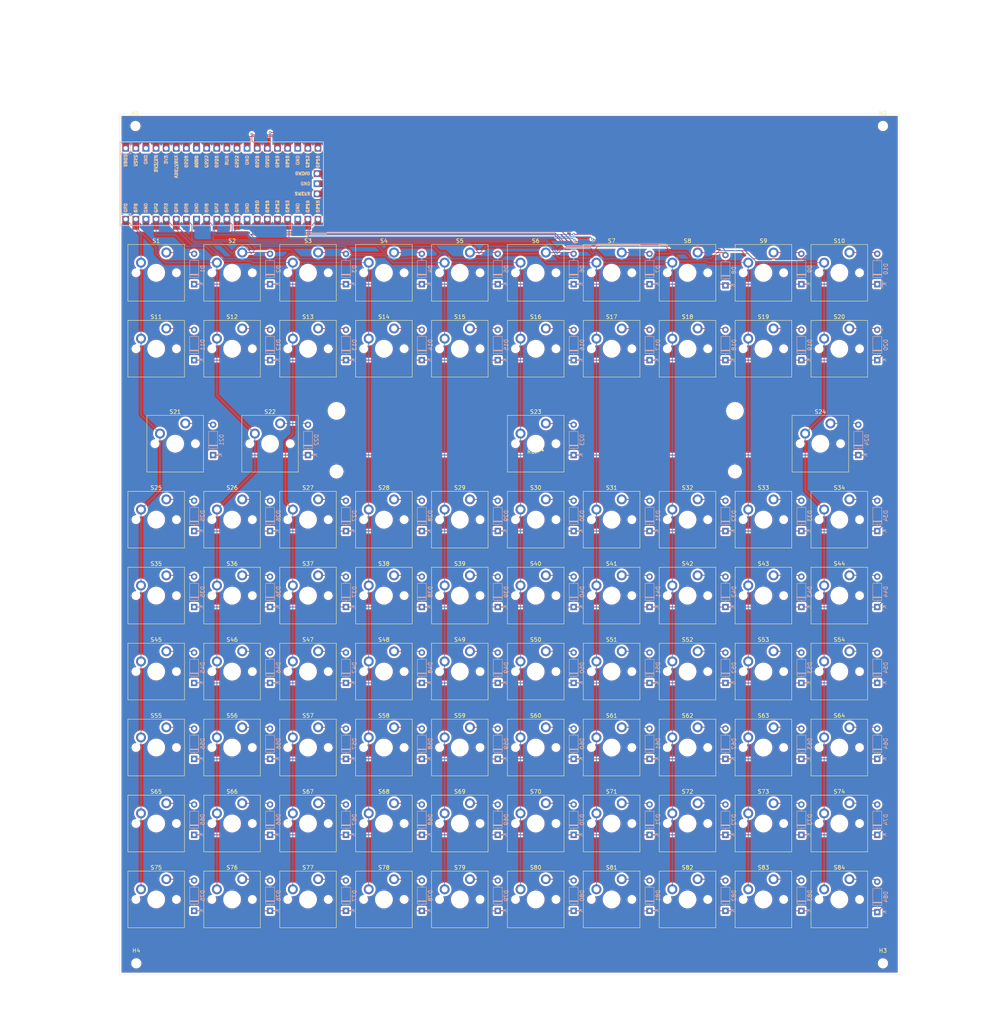
<source format=kicad_pcb>
(kicad_pcb (version 20240108) (generator "pcbnew") (generator_version "8.0")
  (layers (0 "F.Cu" signal) (31 "B.Cu" signal) (34 "B.Paste" user) (35 "F.Paste" user) (36 "B.SilkS" user "B.Silkscreen") (37 "F.SilkS" user "F.Silkscreen") (38 "B.Mask" user) (39 "F.Mask" user) (44 "Edge.Cuts" user))
  (net 0 "")
  (net 1 "Net-(D1-A)")
  (net 2 "Net-(D2-A)")
  (net 3 "Net-(D3-A)")
  (net 4 "Net-(D4-A)")
  (net 5 "Net-(D5-A)")
  (net 6 "Net-(D6-A)")
  (net 7 "Net-(D7-A)")
  (net 8 "Net-(D8-A)")
  (net 9 "Net-(D9-A)")
  (net 10 "Net-(D10-A)")
  (net 11 "Net-(D11-A)")
  (net 12 "Net-(D12-A)")
  (net 13 "Net-(D13-A)")
  (net 14 "Net-(D14-A)")
  (net 15 "Net-(D15-A)")
  (net 16 "Net-(D16-A)")
  (net 17 "Net-(D17-A)")
  (net 18 "Net-(D18-A)")
  (net 19 "Net-(D19-A)")
  (net 20 "Net-(D20-A)")
  (net 21 "Net-(D21-A)")
  (net 22 "Net-(D22-A)")
  (net 23 "Net-(D23-A)")
  (net 24 "Net-(D24-A)")
  (net 25 "Net-(D25-A)")
  (net 26 "Net-(D26-A)")
  (net 27 "Net-(D27-A)")
  (net 28 "Net-(D28-A)")
  (net 29 "Net-(D29-A)")
  (net 30 "Net-(D30-A)")
  (net 31 "Net-(D31-A)")
  (net 32 "Net-(D32-A)")
  (net 33 "Net-(D33-A)")
  (net 34 "Net-(D34-A)")
  (net 35 "Net-(D35-A)")
  (net 36 "Net-(D36-A)")
  (net 37 "Net-(D37-A)")
  (net 38 "Net-(D38-A)")
  (net 39 "Net-(D39-A)")
  (net 40 "Net-(D40-A)")
  (net 41 "Net-(D41-A)")
  (net 42 "Net-(D42-A)")
  (net 43 "Net-(D43-A)")
  (net 44 "Net-(D44-A)")
  (net 45 "Net-(D45-A)")
  (net 46 "Net-(D46-A)")
  (net 47 "Net-(D47-A)")
  (net 48 "Net-(D48-A)")
  (net 49 "Net-(D49-A)")
  (net 50 "Net-(D50-A)")
  (net 51 "Net-(D51-A)")
  (net 52 "Net-(D52-A)")
  (net 53 "Net-(D53-A)")
  (net 54 "Net-(D54-A)")
  (net 55 "Net-(D55-A)")
  (net 56 "Net-(D56-A)")
  (net 57 "Net-(D57-A)")
  (net 58 "Net-(D58-A)")
  (net 59 "Net-(D59-A)")
  (net 60 "Net-(D60-A)")
  (net 61 "Net-(D61-A)")
  (net 62 "Net-(D62-A)")
  (net 63 "Net-(D63-A)")
  (net 64 "Net-(D64-A)")
  (net 65 "Net-(D65-A)")
  (net 66 "Net-(D66-A)")
  (net 67 "Net-(D67-A)")
  (net 68 "Net-(D68-A)")
  (net 69 "Net-(D69-A)")
  (net 70 "Net-(D70-A)")
  (net 71 "Net-(D71-A)")
  (net 72 "Net-(D72-A)")
  (net 73 "Net-(D73-A)")
  (net 74 "Net-(D74-A)")
  (net 75 "Net-(D75-A)")
  (net 76 "Net-(D76-A)")
  (net 77 "Net-(D77-A)")
  (net 78 "Net-(D78-A)")
  (net 79 "Net-(D79-A)")
  (net 80 "Net-(D80-A)")
  (net 81 "Net-(D81-A)")
  (net 82 "Net-(D82-A)")
  (net 83 "Net-(D83-A)")
  (net 84 "Net-(D84-A)")
  (net 85 "Column 0")
  (net 86 "Column 1")
  (net 87 "Column 2")
  (net 88 "Column 3")
  (net 89 "Column 4")
  (net 90 "Column 5")
  (net 106 "Row 0")
  (net 107 "Row 1")
  (net 108 "Row 2")
  (net 109 "Row 3")
  (net 110 "Row 4")
  (net 111 "Row 5")
  (net 112 "Row 6")
  (net 113 "Row 7")
  (net 114 "Row 8")
  (net 115 "Column 6")
  (net 116 "Column 7")
  (net 117 "Column 8")
  (net 118 "Column 9")
  (footprint "ScottoKeebs_MX:MX_PCB_1.00u" (layer "F.Cu") (at 99.3 159.625)
    (property "Reference" "S59")
    (property "Value" "Keyswitch")
  )
  (footprint "ScottoKeebs_MX:MX_PCB_1.00u" (layer "F.Cu") (at 99.3 140.575)
    (property "Reference" "S49")
    (property "Value" "Keyswitch")
  )
  (footprint "ScottoKeebs_MX:MX_PCB_1.00u" (layer "F.Cu") (at 137.4 140.575)
    (property "Reference" "S51")
    (property "Value" "Keyswitch")
  )
  (footprint "ScottoKeebs_MX:MX_PCB_1.00u" (layer "F.Cu") (at 175.5 178.675)
    (property "Reference" "S73")
    (property "Value" "Keyswitch")
  )
  (footprint "ScottoKeebs_MX:MX_PCB_1.00u" (layer "F.Cu") (at 118.35 40.5625)
    (property "Reference" "S6")
    (property "Value" "Keyswitch")
  )
  (footprint "ScottoKeebs_MX:MX_PCB_1.00u" (layer "F.Cu") (at 175.5 102.475)
    (property "Reference" "S33")
    (property "Value" "Keyswitch")
  )
  (footprint "ScottoKeebs_MX:MX_PCB_1.00u" (layer "F.Cu") (at 42.15 59.6125)
    (property "Reference" "S12")
    (property "Value" "Keyswitch")
  )
  (footprint "ScottoKeebs_MX:MX_PCB_1.00u" (layer "F.Cu") (at 80.25 59.6125)
    (property "Reference" "S14")
    (property "Value" "Keyswitch")
  )
  (footprint "ScottoKeebs_MX:MX_PCB_1.00u" (layer "F.Cu") (at 156.45 121.525)
    (property "Reference" "S42")
    (property "Value" "Keyswitch")
  )
  (footprint "ScottoKeebs_MX:MX_PCB_1.00u" (layer "F.Cu") (at 194.55 121.525)
    (property "Reference" "S44")
    (property "Value" "Keyswitch")
  )
  (footprint "ScottoKeebs_MX:MX_PCB_1.50u" (layer "F.Cu") (at 27.8625 83.425)
    (property "Reference" "S21")
    (property "Value" "Keyswitch")
  )
  (footprint "ScottoKeebs_MX:MX_PCB_1.00u" (layer "F.Cu") (at 80.25 140.575)
    (property "Reference" "S48")
    (property "Value" "Keyswitch")
  )
  (footprint "MountingHole:MountingHole_2.1mm" (layer "F.Cu") (at 18.1 213.75)
    (property "Reference" "H4")
    (property "Value" "MountingHole")
  )
  (footprint "ScottoKeebs_MX:MX_PCB_1.00u" (layer "F.Cu") (at 137.4 159.625)
    (property "Reference" "S61")
    (property "Value" "Keyswitch")
  )
  (footprint "ScottoKeebs_MX:MX_PCB_1.00u" (layer "F.Cu") (at 80.25 159.625)
    (property "Reference" "S58")
    (property "Value" "Keyswitch")
  )
  (footprint "ScottoKeebs_MX:MX_PCB_1.00u" (layer "F.Cu") (at 137.4 59.6125)
    (property "Reference" "S17")
    (property "Value" "Keyswitch")
  )
  (footprint "ScottoKeebs_Stabilizer:Stabilizer_MX_6.25u" (layer "F.Cu") (at 118.35 83.425 180)
    (property "Reference" "REF**")
    (property "Value" "Stabilizer_MX_6.25u")
  )
  (footprint "ScottoKeebs_MX:MX_PCB_1.00u" (layer "F.Cu") (at 175.5 159.625)
    (property "Reference" "S63")
    (property "Value" "Keyswitch")
  )
  (footprint "ScottoKeebs_MX:MX_PCB_1.00u" (layer "F.Cu") (at 175.5 197.725)
    (property "Reference" "S83")
    (property "Value" "Keyswitch")
  )
  (footprint "ScottoKeebs_MX:MX_PCB_1.00u" (layer "F.Cu") (at 156.45 40.5625)
    (property "Reference" "S8")
    (property "Value" "Keyswitch")
  )
  (footprint "ScottoKeebs_MX:MX_PCB_1.00u" (layer "F.Cu") (at 42.15 102.475)
    (property "Reference" "S26")
    (property "Value" "Keyswitch")
  )
  (footprint "ScottoKeebs_MX:MX_PCB_1.00u" (layer "F.Cu") (at 137.4 197.725)
    (property "Reference" "S81")
    (property "Value" "Keyswitch")
  )
  (footprint "ScottoKeebs_MX:MX_PCB_1.00u" (layer "F.Cu") (at 61.2 121.525)
    (property "Reference" "S37")
    (property "Value" "Keyswitch")
  )
  (footprint "ScottoKeebs_MX:MX_PCB_1.00u" (layer "F.Cu") (at 23.1 140.575)
    (property "Reference" "S45")
    (property "Value" "Keyswitch")
  )
  (footprint "ScottoKeebs_MX:MX_PCB_1.00u" (layer "F.Cu") (at 118.35 159.625)
    (property "Reference" "S60")
    (property "Value" "Keyswitch")
  )
  (footprint "ScottoKeebs_MX:MX_PCB_1.00u" (layer "F.Cu") (at 156.45 159.625)
    (property "Reference" "S62")
    (property "Value" "Keyswitch")
  )
  (footprint "ScottoKeebs_MX:MX_PCB_1.00u" (layer "F.Cu") (at 118.35 59.6125)
    (property "Reference" "S16")
    (property "Value" "Keyswitch")
  )
  (footprint "ScottoKeebs_MX:MX_PCB_1.00u" (layer "F.Cu") (at 118.35 102.475)
    (property "Reference" "S30")
    (property "Value" "Keyswitch")
  )
  (footprint "ScottoKeebs_MX:MX_PCB_1.00u" (layer "F.Cu") (at 156.45 102.475)
    (property "Reference" "S32")
    (property "Value" "Keyswitch")
  )
  (footprint "ScottoKeebs_MX:MX_PCB_1.00u" (layer "F.Cu") (at 194.55 159.625)
    (property "Reference" "S64")
    (property "Value" "Keyswitch")
  )
  (footprint "ScottoKeebs_MX:MX_PCB_1.00u" (layer "F.Cu") (at 61.2 140.575)
    (property "Reference" "S47")
    (property "Value" "Keyswitch")
  )
  (footprint "ScottoKeebs_MX:MX_PCB_1.00u" (layer "F.Cu") (at 137.4 40.5625)
    (property "Reference" "S7")
    (property "Value" "Keyswitch")
  )
  (footprint "ScottoKeebs_MX:MX_PCB_6.00u" (layer "F.Cu") (at 118.35 83.425)
    (property "Reference" "S23")
    (property "Value" "Keyswitch")
  )
  (footprint "ScottoKeebs_MX:MX_PCB_1.00u" (layer "F.Cu") (at 23.1 59.6125)
    (property "Reference" "S11")
    (property "Value" "Keyswitch")
  )
  (footprint "ScottoKeebs_MX:MX_PCB_1.00u" (layer "F.Cu") (at 61.2 197.725)
    (property "Reference" "S77")
    (property "Value" "Keyswitch")
  )
  (footprint "ScottoKeebs_MX:MX_PCB_1.00u" (layer "F.Cu") (at 23.1 40.5625)
    (property "Reference" "S1")
    (property "Value" "Keyswitch")
  )
  (footprint "ScottoKeebs_MX:MX_PCB_1.00u" (layer "F.Cu") (at 156.45 140.575)
    (property "Reference" "S52")
    (property "Value" "Keyswitch")
  )
  (footprint "ScottoKeebs_MX:MX_PCB_1.00u" (layer "F.Cu") (at 194.55 178.675)
    (property "Reference" "S74")
    (property "Value" "Keyswitch")
  )
  (footprint "ScottoKeebs_MX:MX_PCB_1.00u" (layer "F.Cu") (at 61.2 102.475)
    (property "Reference" "S27")
    (property "Value" "Keyswitch")
  )
  (footprint "ScottoKeebs_MX:MX_PCB_1.00u" (layer "F.Cu") (at 99.3 178.675)
    (property "Reference" "S69")
    (property "Value" "Keyswitch")
  )
  (footprint "ScottoKeebs_MX:MX_PCB_1.00u" (layer "F.Cu") (at 156.45 59.6125)
    (property "Reference" "S18")
    (property "Value" "Keyswitch")
  )
  (footprint "ScottoKeebs_MX:MX_PCB_1.00u" (layer "F.Cu") (at 194.55 102.475)
    (property "Reference" "S34")
    (property "Value" "Keyswitch")
  )
  (footprint "ScottoKeebs_MX:MX_PCB_1.00u" (layer "F.Cu") (at 80.25 40.5625)
    (property "Reference" "S4")
    (property "Value" "Keyswitch")
  )
  (footprint "ScottoKeebs_MX:MX_PCB_1.00u" (layer "F.Cu") (at 99.3 197.725)
    (property "Reference" "S79")
    (property "Value" "Keyswitch")
  )
  (footprint "ScottoKeebs_MX:MX_PCB_1.00u" (layer "F.Cu") (at 61.2 178.675)
    (property "Reference" "S67")
    (property "Value" "Keyswitch")
  )
  (footprint "MountingHole:MountingHole_2.1mm" (layer "F.Cu") (at 205.5 213.75)
    (property "Reference" "H3")
    (property "Value" "MountingHole")
  )
  (footprint "ScottoKeebs_MX:MX_PCB_1.00u" (layer "F.Cu") (at 23.1 178.675)
    (property "Reference" "S65")
    (property "Value" "Keyswitch")
  )
  (footprint "ScottoKeebs_MX:MX_PCB_1.00u" (layer "F.Cu") (at 99.3 121.525)
    (property "Reference" "S39")
    (property "Value" "Keyswitch")
  )
  (footprint "ScottoKeebs_MX:MX_PCB_1.00u" (layer "F.Cu") (at 61.2 40.5625)
    (property "Reference" "S3")
    (property "Value" "Keyswitch")
  )
  (footprint "ScottoKeebs_MX:MX_PCB_1.00u" (layer "F.Cu") (at 137.4 121.525)
    (property "Reference" "S41")
    (property "Value" "Keyswitch")
  )
  (footprint "MountingHole:MountingHole_2.1mm" (layer "F.Cu") (at 205.5 3.75)
    (property "Reference" "H2")
    (property "Value" "MountingHole")
  )
  (footprint "ScottoKeebs_MX:MX_PCB_1.00u" (layer "F.Cu") (at 194.55 59.6125)
    (property "Reference" "S20")
    (property "Value" "Keyswitch")
  )
  (footprint "ScottoKeebs_MCU:Raspberry_Pi_Pico" (layer "F.Cu") (at 39.575 18.225 90)
    (property "Reference" "U1" (hide yes))
    (property "Value" "Raspberry_Pi_Pico" (hide yes))
  )
  (footprint "ScottoKeebs_MX:MX_PCB_1.00u" (layer "F.Cu") (at 42.15 159.625)
    (property "Reference" "S56")
    (property "Value" "Keyswitch")
  )
  (footprint "ScottoKeebs_MX:MX_PCB_1.00u" (layer "F.Cu") (at 118.35 140.575)
    (property "Reference" "S50")
    (property "Value" "Keyswitch")
  )
  (footprint "ScottoKeebs_MX:MX_PCB_1.00u" (layer "F.Cu") (at 61.2 59.6125)
    (property "Reference" "S13")
    (property "Value" "Keyswitch")
  )
  (footprint "ScottoKeebs_MX:MX_PCB_1.00u" (layer "F.Cu") (at 23.1 102.475)
    (property "Reference" "S25")
    (property "Value" "Keyswitch")
  )
  (footprint "ScottoKeebs_MX:MX_PCB_1.00u" (layer "F.Cu") (at 61.2 159.625)
    (property "Reference" "S57")
    (property "Value" "Keyswitch")
  )
  (footprint "ScottoKeebs_MX:MX_PCB_1.00u" (layer "F.Cu") (at 137.4 178.675)
    (property "Reference" "S71")
    (property "Value" "Keyswitch")
  )
  (footprint "ScottoKeebs_MX:MX_PCB_1.00u" (layer "F.Cu") (at 23.1 159.625)
    (property "Reference" "S55")
    (property "Value" "Keyswitch")
  )
  (footprint "ScottoKeebs_MX:MX_PCB_1.00u" (layer "F.Cu") (at 156.45 197.725)
    (property "Reference" "S82")
    (property "Value" "Keyswitch")
  )
  (footprint "ScottoKeebs_MX:MX_PCB_1.00u" (layer "F.Cu") (at 42.15 121.525)
    (property "Reference" "S36")
    (property "Value" "Keyswitch")
  )
  (footprint "ScottoKeebs_MX:MX_PCB_1.00u" (layer "F.Cu") (at 194.55 140.575)
    (property "Reference" "S54")
    (property "Value" "Keyswitch")
  )
  (footprint "ScottoKeebs_MX:MX_PCB_1.00u" (layer "F.Cu") (at 23.1 121.525)
    (property "Reference" "S35")
    (property "Value" "Keyswitch")
  )
  (footprint "MountingHole:MountingHole_2.1mm" (layer "F.Cu") (at 17.9 3.75)
    (property "Reference" "H1")
    (property "Value" "MountingHole")
  )
  (footprint "ScottoKeebs_MX:MX_PCB_1.00u" (layer "F.Cu") (at 118.35 197.725)
    (property "Reference" "S80")
    (property "Value" "Keyswitch")
  )
  (footprint "ScottoKeebs_MX:MX_PCB_1.00u" (layer "F.Cu") (at 42.15 197.725)
    (property "Reference" "S76")
    (property "Value" "Keyswitch")
  )
  (footprint "ScottoKeebs_MX:MX_PCB_1.50u" (layer "F.Cu") (at 189.7875 83.425)
    (property "Reference" "S24")
    (property "Value" "Keyswitch")
  )
  (footprint "ScottoKeebs_MX:MX_PCB_1.00u" (layer "F.Cu") (at 175.5 140.575)
    (property "Reference" "S53")
    (property "Value" "Keyswitch")
  )
  (footprint "ScottoKeebs_MX:MX_PCB_1.00u" (layer "F.Cu") (at 80.25 121.525)
    (property "Reference" "S38")
    (property "Value" "Keyswitch")
  )
  (footprint "ScottoKeebs_MX:MX_PCB_1.00u" (layer "F.Cu") (at 118.35 121.525)
    (property "Reference" "S40")
    (property "Value" "Keyswitch")
  )
  (footprint "ScottoKeebs_MX:MX_PCB_1.00u" (layer "F.Cu") (at 137.4 102.475)
    (property "Reference" "S31")
    (property "Value" "Keyswitch")
  )
  (footprint "ScottoKeebs_MX:MX_PCB_1.00u" (layer "F.Cu") (at 175.5 121.525)
    (property "Reference" "S43")
    (property "Value" "Keyswitch")
  )
  (footprint "ScottoKeebs_MX:MX_PCB_1.00u" (layer "F.Cu") (at 99.3 102.475)
    (property "Reference" "S29")
    (property "Value" "Keyswitch")
  )
  (footprint "ScottoKeebs_MX:MX_PCB_1.00u" (layer "F.Cu") (at 99.3 40.5625)
    (property "Reference" "S5")
    (property "Value" "Keyswitch")
  )
  (footprint "ScottoKeebs_MX:MX_PCB_1.00u" (layer "F.Cu") (at 194.55 197.725)
    (property "Reference" "S84")
    (property "Value" "Keyswitch")
  )
  (footprint "ScottoKeebs_MX:MX_PCB_1.00u" (layer "F.Cu") (at 23.1 197.725)
    (property "Reference" "S75")
    (property "Value" "Keyswitch")
  )
  (footprint "ScottoKeebs_MX:MX_PCB_1.00u" (layer "F.Cu") (at 80.25 178.675)
    (property "Reference" "S68")
    (property "Value" "Keyswitch")
  )
  (footprint "ScottoKeebs_MX:MX_PCB_1.00u" (layer "F.Cu") (at 51.675 83.425)
    (property "Reference" "S22")
    (property "Value" "Keyswitch")
  )
  (footprint "ScottoKeebs_MX:MX_PCB_1.00u" (layer "F.Cu") (at 42.15 40.5625)
    (property "Reference" "S2")
    (property "Value" "Keyswitch")
  )
  (footprint "ScottoKeebs_MX:MX_PCB_1.00u" (layer "F.Cu") (at 156.45 178.675)
    (property "Reference" "S72")
    (property "Value" "Keyswitch")
  )
  (footprint "ScottoKeebs_MX:MX_PCB_1.00u" (layer "F.Cu") (at 194.55 40.5625)
    (property "Reference" "S10")
    (property "Value" "Keyswitch")
  )
  (footprint "ScottoKeebs_MX:MX_PCB_1.00u" (layer "F.Cu") (at 175.5 59.6125)
    (property "Reference" "S19")
    (property "Value" "Keyswitch")
  )
  (footprint "ScottoKeebs_MX:MX_PCB_1.00u" (layer "F.Cu") (at 80.25 102.475)
    (property "Reference" "S28")
    (property "Value" "Keyswitch")
  )
  (footprint "ScottoKeebs_MX:MX_PCB_1.00u" (layer "F.Cu") (at 42.15 140.575)
    (property "Reference" "S46")
    (property "Value" "Keyswitch")
  )
  (footprint "ScottoKeebs_MX:MX_PCB_1.00u" (layer "F.Cu") (at 118.35 178.675)
    (property "Reference" "S70")
    (property "Value" "Keyswitch")
  )
  (footprint "ScottoKeebs_MX:MX_PCB_1.00u" (layer "F.Cu") (at 99.3 59.6125)
    (property "Reference" "S15")
    (property "Value" "Keyswitch")
  )
  (footprint "ScottoKeebs_MX:MX_PCB_1.00u" (layer "F.Cu") (at 80.25 197.725)
    (property "Reference" "S78")
    (property "Value" "Keyswitch")
  )
  (footprint "ScottoKeebs_MX:MX_PCB_1.00u" (layer "F.Cu") (at 42.15 178.675)
    (property "Reference" "S66")
    (property "Value" "Keyswitch")
  )
  (footprint "ScottoKeebs_MX:MX_PCB_1.00u" (layer "F.Cu") (at 175.5 40.5625)
    (property "Reference" "S9")
    (property "Value" "Keyswitch")
  )
  (footprint "ScottoKeebs_Components:Diode_DO-35" (layer "B.Cu") (at 146.925 143.4325 90)
    (property "Reference" "D51")
    (property "Value" "Diode")
  )
  (footprint "ScottoKeebs_Components:Diode_DO-35" (layer "B.Cu") (at 165.975 124.3825 90)
    (property "Reference" "D42")
    (property "Value" "Diode")
  )
  (footprint "ScottoKeebs_Components:Diode_DO-35" (layer "B.Cu") (at 165.975 62.47 90)
    (property "Reference" "D18")
    (property "Value" "Diode")
  )
  (footprint "ScottoKeebs_Components:Diode_DO-35" (layer "B.Cu") (at 185.025 105.3325 90)
    (property "Reference" "D33")
    (property "Value" "Diode")
  )
  (footprint "ScottoKeebs_Components:Diode_DO-35" (layer "B.Cu") (at 70.725 124.3825 90)
    (property "Reference" "D37")
    (property "Value" "Diode")
  )
  (footprint "ScottoKeebs_Components:Diode_DO-35" (layer "B.Cu") (at 108.825 105.3325 90)
    (property "Reference" "D29")
    (property "Value" "Diode")
  )
  (footprint "ScottoKeebs_Components:Diode_DO-35" (layer "B.Cu") (at 127.875 62.47 90)
    (property "Reference" "D16")
    (property "Value" "Diode")
  )
  (footprint "ScottoKeebs_Components:Diode_DO-35" (layer "B.Cu") (at 37.3875 86.2825 90)
    (property "Reference" "D21")
    (property "Value" "Diode")
  )
  (footprint "ScottoKeebs_Components:Diode_DO-35" (layer "B.Cu") (at 89.775 124.3825 90)
    (property "Reference" "D38")
    (property "Value" "Diode")
  )
  (footprint "ScottoKeebs_Components:Diode_DO-35" (layer "B.Cu") (at 89.775 181.5325 90)
    (property "Reference" "D68")
    (property "Value" "Diode")
  )
  (footprint "ScottoKeebs_Components:Diode_DO-35" (layer "B.Cu") (at 108.825 162.4825 90)
    (property "Reference" "D59")
    (property "Value" "Diode")
  )
  (footprint "ScottoKeebs_Components:Diode_DO-35" (layer "B.Cu") (at 146.925 162.4825 90)
    (property "Reference" "D61")
    (property "Value" "Diode")
  )
  (footprint "ScottoKeebs_Components:Diode_DO-35" (layer "B.Cu") (at 32.625 124.3825 90)
    (property "Reference" "D35")
    (property "Value" "Diode")
  )
  (footprint "ScottoKeebs_Components:Diode_DO-35" (layer "B.Cu") (at 185.025 124.3825 90)
    (property "Reference" "D43")
    (property "Value" "Diode")
  )
  (footprint "ScottoKeebs_Components:Diode_DO-35" (layer "B.Cu") (at 32.625 162.4825 90)
    (property "Reference" "D55")
    (property "Value" "Diode")
  )
  (footprint "ScottoKeebs_Components:Diode_DO-35" (layer "B.Cu") (at 185.025 143.4325 90)
    (property "Reference" "D53")
    (property "Value" "Diode")
  )
  (footprint "ScottoKeebs_Components:Diode_DO-35" (layer "B.Cu") (at 165.975 181.5325 90)
    (property "Reference" "D72")
    (property "Value" "Diode")
  )
  (footprint "ScottoKeebs_Components:Diode_DO-35" (layer "B.Cu") (at 61.2 86.2825 90)
    (property "Reference" "D22")
    (property "Value" "Diode")
  )
  (footprint "ScottoKeebs_Components:Diode_DO-35" (layer "B.Cu") (at 146.925 62.47 90)
    (property "Reference" "D17")
    (property "Value" "Diode")
  )
  (footprint "ScottoKeebs_Components:Diode_DO-35" (layer "B.Cu") (at 185.025 62.47 90)
    (property "Reference" "D19")
    (property "Value" "Diode")
  )
  (footprint "ScottoKeebs_Components:Diode_DO-35" (layer "B.Cu") (at 70.725 105.3325 90)
    (property "Reference" "D27")
    (property "Value" "Diode")
  )
  (footprint "ScottoKeebs_Components:Diode_DO-35" (layer "B.Cu") (at 89.775 105.3325 90)
    (property "Reference" "D28")
    (property "Value" "Diode")
  )
  (footprint "ScottoKeebs_Components:Diode_DO-35" (layer "B.Cu") (at 127.875 181.5325 90)
    (property "Reference" "D70")
    (property "Value" "Diode")
  )
  (footprint "ScottoKeebs_Components:Diode_DO-35" (layer "B.Cu") (at 165.975 162.4825 90)
    (property "Reference" "D62")
    (property "Value" "Diode")
  )
  (footprint "ScottoKeebs_Components:Diode_DO-35" (layer "B.Cu") (at 204.075 143.4325 90)
    (property "Reference" "D54")
    (property "Value" "Diode")
  )
  (footprint "ScottoKeebs_Components:Diode_DO-35" (layer "B.Cu") (at 127.875 105.3325 90)
    (property "Reference" "D30")
    (property "Value" "Diode")
  )
  (footprint "ScottoKeebs_Components:Diode_DO-35" (layer "B.Cu") (at 204.075 105.3325 90)
    (property "Reference" "D34")
    (property "Value" "Diode")
  )
  (footprint "ScottoKeebs_Components:Diode_DO-35" (layer "B.Cu") (at 146.925 200.5825 90)
    (property "Reference" "D81")
    (property "Value" "Diode")
  )
  (footprint "ScottoKeebs_Components:Diode_DO-35" (layer "B.Cu") (at 32.625 43.42 90)
    (property "Reference" "D1")
    (property "Value" "Diode")
  )
  (footprint "ScottoKeebs_Components:Diode_DO-35" (layer "B.Cu") (at 32.625 62.47 90)
    (property "Reference" "D11")
    (property "Value" "Diode")
  )
  (footprint "ScottoKeebs_Components:Diode_DO-35" (layer "B.Cu") (at 204.075 181.5325 90)
    (property "Reference" "D74")
    (property "Value" "Diode")
  )
  (footprint "ScottoKeebs_Components:Diode_DO-35" (layer "B.Cu") (at 185.025 162.4825 90)
    (property "Reference" "D63")
    (property "Value" "Diode")
  )
  (footprint "ScottoKeebs_Components:Diode_DO-35" (layer "B.Cu") (at 51.675 62.47 90)
    (property "Reference" "D12")
    (property "Value" "Diode")
  )
  (footprint "ScottoKeebs_Components:Diode_DO-35" (layer "B.Cu") (at 108.825 200.5825 90)
    (property "Reference" "D79")
    (property "Value" "Diode")
  )
  (footprint "ScottoKeebs_Components:Diode_DO-35" (layer "B.Cu") (at 204.075 200.9 90)
    (property "Reference" "D84")
    (property "Value" "Diode")
  )
  (footprint "ScottoKeebs_Components:Diode_DO-35" (layer "B.Cu") (at 185.025 181.5325 90)
    (property "Reference" "D73")
    (property "Value" "Diode")
  )
  (footprint "ScottoKeebs_Components:Diode_DO-35" (layer "B.Cu") (at 108.825 181.5325 90)
    (property "Reference" "D69")
    (property "Value" "Diode")
  )
  (footprint "ScottoKeebs_Components:Diode_DO-35" (layer "B.Cu") (at 89.775 62.47 90)
    (property "Reference" "D14")
    (property "Value" "Diode")
  )
  (footprint "ScottoKeebs_Components:Diode_DO-35" (layer "B.Cu") (at 51.675 105.3325 90)
    (property "Reference" "D26")
    (property "Value" "Diode")
  )
  (footprint "ScottoKeebs_Components:Diode_DO-35" (layer "B.Cu") (at 165.975 43.7375 90)
    (property "Reference" "D8")
    (property "Value" "Diode")
  )
  (footprint "ScottoKeebs_Components:Diode_DO-35" (layer "B.Cu") (at 32.625 200.5825 90)
    (property "Reference" "D75")
    (property "Value" "Diode")
  )
  (footprint "ScottoKeebs_Components:Diode_DO-35" (layer "B.Cu") (at 51.675 43.42 90)
    (property "Reference" "D2")
    (property "Value" "Diode")
  )
  (footprint "ScottoKeebs_Components:Diode_DO-35" (layer "B.Cu") (at 204.075 62.47 90)
    (property "Reference" "D20")
    (property "Value" "Diode")
  )
  (footprint "ScottoKeebs_Components:Diode_DO-35" (layer "B.Cu") (at 204.075 124.3825 90)
    (property "Reference" "D44")
    (property "Value" "Diode")
  )
  (footprint "ScottoKeebs_Components:Diode_DO-35" (layer "B.Cu") (at 51.675 200.5825 90)
    (property "Reference" "D76")
    (property "Value" "Diode")
  )
  (footprint "ScottoKeebs_Components:Diode_DO-35" (layer "B.Cu") (at 70.725 62.47 90)
    (property "Reference" "D13")
    (property "Value" "Diode")
  )
  (footprint "ScottoKeebs_Components:Diode_DO-35" (layer "B.Cu") (at 185.025 200.5825 90)
    (property "Reference" "D83")
    (property "Value" "Diode")
  )
  (footprint "ScottoKeebs_Components:Diode_DO-35" (layer "B.Cu") (at 185.025 43.42 90)
    (property "Reference" "D9")
    (property "Value" "Diode")
  )
  (footprint "ScottoKeebs_Components:Diode_DO-35" (layer "B.Cu") (at 127.875 86.2825 90)
    (property "Reference" "D23")
    (property "Value" "Diode")
  )
  (footprint "ScottoKeebs_Components:Diode_DO-35" (layer "B.Cu") (at 199.3125 86.2825 90)
    (property "Reference" "D24")
    (property "Value" "Diode")
  )
  (footprint "ScottoKeebs_Components:Diode_DO-35" (layer "B.Cu") (at 51.675 124.3825 90)
    (property "Reference" "D36")
    (property "Value" "Diode")
  )
  (footprint "ScottoKeebs_Components:Diode_DO-35" (layer "B.Cu") (at 89.775 162.4825 90)
    (property "Reference" "D58")
    (property "Value" "Diode")
  )
  (footprint "ScottoKeebs_Components:Diode_DO-35" (layer "B.Cu") (at 70.725 43.42 90)
    (property "Reference" "D3")
    (property "Value" "Diode")
  )
  (footprint "ScottoKeebs_Components:Diode_DO-35" (layer "B.Cu") (at 70.725 181.5325 90)
    (property "Reference" "D67")
    (property "Value" "Diode")
  )
  (footprint "ScottoKeebs_Components:Diode_DO-35" (layer "B.Cu") (at 32.625 181.5325 90)
    (property "Reference" "D65")
    (property "Value" "Diode")
  )
  (footprint "ScottoKeebs_Components:Diode_DO-35" (layer "B.Cu") (at 146.925 124.3825 90)
    (property "Reference" "D41")
    (property "Value" "Diode")
  )
  (footprint "ScottoKeebs_Components:Diode_DO-35" (layer "B.Cu") (at 70.725 162.4825 90)
    (property "Reference" "D57")
    (property "Value" "Diode")
  )
  (footprint "ScottoKeebs_Components:Diode_DO-35" (layer "B.Cu") (at 165.975 200.5825 90)
    (property "Reference" "D82")
    (property "Value" "Diode")
  )
  (footprint "ScottoKeebs_Components:Diode_DO-35" (layer "B.Cu") (at 51.675 143.4325 90)
    (property "Reference" "D46")
    (property "Value" "Diode")
  )
  (footprint "ScottoKeebs_Components:Diode_DO-35" (layer "B.Cu") (at 108.825 43.42 90)
    (property "Reference" "D5")
    (property "Value" "Diode")
  )
  (footprint "ScottoKeebs_Components:Diode_DO-35" (layer "B.Cu") (at 32.625 105.3325 90)
    (property "Reference" "D25")
    (property "Value" "Diode")
  )
  (footprint "ScottoKeebs_Components:Diode_DO-35" (layer "B.Cu") (at 204.075 43.42 90)
    (property "Reference" "D10")
    (property "Value" "Diode")
  )
  (footprint "ScottoKeebs_Components:Diode_DO-35" (layer "B.Cu") (at 32.625 143.4325 90)
    (property "Reference" "D45")
    (property "Value" "Diode")
  )
  (footprint "ScottoKeebs_Components:Diode_DO-35" (layer "B.Cu") (at 127.875 162.4825 90)
    (property "Reference" "D60")
    (property "Value" "Diode")
  )
  (footprint "ScottoKeebs_Components:Diode_DO-35" (layer "B.Cu") (at 89.775 200.5825 90)
    (property "Reference" "D78")
    (property "Value" "Diode")
  )
  (footprint "ScottoKeebs_Components:Diode_DO-35" (layer "B.Cu") (at 70.725 200.5825 90)
    (property "Reference" "D77")
    (property "Value" "Diode")
  )
  (footprint "ScottoKeebs_Components:Diode_DO-35" (layer "B.Cu") (at 51.675 162.4825 90)
    (property "Reference" "D56")
    (property "Value" "Diode")
  )
  (footprint "ScottoKeebs_Components:Diode_DO-35" (layer "B.Cu") (at 165.975 105.3325 90)
    (property "Reference" "D32")
    (property "Value" "Diode")
  )
  (footprint "ScottoKeebs_Components:Diode_DO-35" (layer "B.Cu") (at 127.875 43.42 90)
    (property "Reference" "D6")
    (property "Value" "Diode")
  )
  (footprint "ScottoKeebs_Components:Diode_DO-35" (layer "B.Cu") (at 165.975 143.4325 90)
    (property "Reference" "D52")
    (property "Value" "Diode")
  )
  (footprint "ScottoKeebs_Components:Diode_DO-35" (layer "B.Cu") (at 146.925 43.42 90)
    (property "Reference" "D7")
    (property "Value" "Diode")
  )
  (footprint "ScottoKeebs_Components:Diode_DO-35" (layer "B.Cu") (at 70.725 143.4325 90)
    (property "Reference" "D47")
    (property "Value" "Diode")
  )
  (footprint "ScottoKeebs_Components:Diode_DO-35" (layer "B.Cu") (at 146.925 105.3325 90)
    (property "Reference" "D31")
    (property "Value" "Diode")
  )
  (footprint "ScottoKeebs_Components:Diode_DO-35" (layer "B.Cu") (at 108.825 124.3825 90)
    (property "Reference" "D39")
    (property "Value" "Diode")
  )
  (footprint "ScottoKeebs_Components:Diode_DO-35" (layer "B.Cu") (at 127.875 200.5825 90)
    (property "Reference" "D80")
    (property "Value" "Diode")
  )
  (footprint "ScottoKeebs_Components:Diode_DO-35" (layer "B.Cu") (at 127.875 143.4325 90)
    (property "Reference" "D50")
    (property "Value" "Diode")
  )
  (footprint "ScottoKeebs_Components:Diode_DO-35" (layer "B.Cu") (at 89.775 43.42 90)
    (property "Reference" "D4")
    (property "Value" "Diode")
  )
  (footprint "ScottoKeebs_Components:Diode_DO-35" (layer "B.Cu") (at 108.825 143.4325 90)
    (property "Reference" "D49")
    (property "Value" "Diode")
  )
  (footprint "ScottoKeebs_Components:Diode_DO-35" (layer "B.Cu") (at 146.925 181.5325 90)
    (property "Reference" "D71")
    (property "Value" "Diode")
  )
  (footprint "ScottoKeebs_Components:Diode_DO-35" (layer "B.Cu") (at 89.775 143.4325 90)
    (property "Reference" "D48")
    (property "Value" "Diode")
  )
  (footprint "ScottoKeebs_Components:Diode_DO-35" (layer "B.Cu") (at 127.875 124.3825 90)
    (property "Reference" "D40")
    (property "Value" "Diode")
  )
  (footprint "ScottoKeebs_Components:Diode_DO-35" (layer "B.Cu") (at 204.075 162.4825 90)
    (property "Reference" "D64")
    (property "Value" "Diode")
  )
  (footprint "ScottoKeebs_Components:Diode_DO-35" (layer "B.Cu") (at 108.825 62.47 90)
    (property "Reference" "D15")
    (property "Value" "Diode")
  )
  (footprint "ScottoKeebs_Components:Diode_DO-35" (layer "B.Cu") (at 51.675 181.5325 90)
    (property "Reference" "D66")
    (property "Value" "Diode")
  )
  (gr_rect (start 13.9 0.75) (end 209.7 216.55) (stroke (width 0.05)) (fill none) (layer "Edge.Cuts"))
  (segment (start 32.3075 35.4825) (end 32.625 35.8) (width 0.2) (layer "F.Cu") (net 1))
  (segment (start 25.64 35.4825) (end 32.3075 35.4825) (width 0.2) (layer "F.Cu") (net 1))
  (segment (start 44.69 35.4825) (end 51.3575 35.4825) (width 0.2) (layer "F.Cu") (net 2))
  (segment (start 51.3575 35.4825) (end 51.675 35.8) (width 0.2) (layer "F.Cu") (net 2))
  (segment (start 63.74 35.4825) (end 70.4075 35.4825) (width 0.2) (layer "F.Cu") (net 3))
  (segment (start 70.4075 35.4825) (end 70.725 35.8) (width 0.2) (layer "F.Cu") (net 3))
  (segment (start 89.4575 35.4825) (end 89.775 35.8) (width 0.2) (layer "F.Cu") (net 4))
  (segment (start 82.79 35.4825) (end 89.4575 35.4825) (width 0.2) (layer "F.Cu") (net 4))
  (segment (start 101.84 35.4825) (end 108.5075 35.4825) (width 0.2) (layer "F.Cu") (net 5))
  (segment (start 108.5075 35.4825) (end 108.825 35.8) (width 0.2) (layer "F.Cu") (net 5))
  (segment (start 127.5575 35.4825) (end 127.875 35.8) (width 0.2) (layer "F.Cu") (net 6))
  (segment (start 120.89 35.4825) (end 127.5575 35.4825) (width 0.2) (layer "F.Cu") (net 6))
  (segment (start 139.94 35.4825) (end 146.6075 35.4825) (width 0.2) (layer "F.Cu") (net 7))
  (segment (start 146.6075 35.4825) (end 146.925 35.8) (width 0.2) (layer "F.Cu") (net 7))
  (segment (start 165.34 35.4825) (end 165.975 36.1175) (width 0.2) (layer "F.Cu") (net 8))
  (segment (start 158.99 35.4825) (end 165.34 35.4825) (width 0.2) (layer "F.Cu") (net 8))
  (segment (start 178.04 35.4825) (end 184.7075 35.4825) (width 0.2) (layer "F.Cu") (net 9))
  (segment (start 184.7075 35.4825) (end 185.025 35.8) (width 0.2) (layer "F.Cu") (net 9))
  (segment (start 197.09 35.4825) (end 203.7575 35.4825) (width 0.2) (layer "F.Cu") (net 10))
  (segment (start 203.7575 35.4825) (end 204.075 35.8) (width 0.2) (layer "F.Cu") (net 10))
  (segment (start 25.64 54.5325) (end 32.3075 54.5325) (width 0.2) (layer "F.Cu") (net 11))
  (segment (start 32.3075 54.5325) (end 32.625 54.85) (width 0.2) (layer "F.Cu") (net 11))
  (segment (start 44.69 54.5325) (end 51.3575 54.5325) (width 0.2) (layer "F.Cu") (net 12))
  (segment (start 51.3575 54.5325) (end 51.675 54.85) (width 0.2) (layer "F.Cu") (net 12))
  (segment (start 63.74 54.5325) (end 70.4075 54.5325) (width 0.2) (layer "F.Cu") (net 13))
  (segment (start 70.4075 54.5325) (end 70.725 54.85) (width 0.2) (layer "F.Cu") (net 13))
  (segment (start 89.4575 54.5325) (end 89.775 54.85) (width 0.2) (layer "F.Cu") (net 14))
  (segment (start 82.79 54.5325) (end 89.4575 54.5325) (width 0.2) (layer "F.Cu") (net 14))
  (segment (start 101.84 54.5325) (end 108.5075 54.5325) (width 0.2) (layer "F.Cu") (net 15))
  (segment (start 108.5075 54.5325) (end 108.825 54.85) (width 0.2) (layer "F.Cu") (net 15))
  (segment (start 127.5575 54.5325) (end 127.875 54.85) (width 0.2) (layer "F.Cu") (net 16))
  (segment (start 120.89 54.5325) (end 127.5575 54.5325) (width 0.2) (layer "F.Cu") (net 16))
  (segment (start 146.6075 54.5325) (end 146.925 54.85) (width 0.2) (layer "F.Cu") (net 17))
  (segment (start 139.94 54.5325) (end 146.6075 54.5325) (width 0.2) (layer "F.Cu") (net 17))
  (segment (start 158.99 54.5325) (end 165.6575 54.5325) (width 0.2) (layer "F.Cu") (net 18))
  (segment (start 165.6575 54.5325) (end 165.975 54.85) (width 0.2) (layer "F.Cu") (net 18))
  (segment (start 184.7075 54.5325) (end 185.025 54.85) (width 0.2) (layer "F.Cu") (net 19))
  (segment (start 178.04 54.5325) (end 184.7075 54.5325) (width 0.2) (layer "F.Cu") (net 19))
  (segment (start 197.09 54.5325) (end 203.7575 54.5325) (width 0.2) (layer "F.Cu") (net 20))
  (segment (start 203.7575 54.5325) (end 204.075 54.85) (width 0.2) (layer "F.Cu") (net 20))
  (segment (start 37.07 78.345) (end 37.3875 78.6625) (width 0.2) (layer "F.Cu") (net 21))
  (segment (start 30.4025 78.345) (end 37.07 78.345) (width 0.2) (layer "F.Cu") (net 21))
  (segment (start 54.215 78.345) (end 60.8825 78.345) (width 0.2) (layer "F.Cu") (net 22))
  (segment (start 60.8825 78.345) (end 61.2 78.6625) (width 0.2) (layer "F.Cu") (net 22))
  (segment (start 127.5575 78.345) (end 127.875 78.6625) (width 0.2) (layer "F.Cu") (net 23))
  (segment (start 120.89 78.345) (end 127.5575 78.345) (width 0.2) (layer "F.Cu") (net 23))
  (segment (start 192.3275 78.345) (end 198.995 78.345) (width 0.2) (layer "F.Cu") (net 24))
  (segment (start 198.995 78.345) (end 199.3125 78.6625) (width 0.2) (layer "F.Cu") (net 24))
  (segment (start 25.64 97.395) (end 32.3075 97.395) (width 0.2) (layer "F.Cu") (net 25))
  (segment (start 32.3075 97.395) (end 32.625 97.7125) (width 0.2) (layer "F.Cu") (net 25))
  (segment (start 44.69 97.395) (end 51.3575 97.395) (width 0.2) (layer "F.Cu") (net 26))
  (segment (start 51.3575 97.395) (end 51.675 97.7125) (width 0.2) (layer "F.Cu") (net 26))
  (segment (start 70.4075 97.395) (end 70.725 97.7125) (width 0.2) (layer "F.Cu") (net 27))
  (segment (start 63.74 97.395) (end 70.4075 97.395) (width 0.2) (layer "F.Cu") (net 27))
  (segment (start 89.4575 97.395) (end 89.775 97.7125) (width 0.2) (layer "F.Cu") (net 28))
  (segment (start 82.79 97.395) (end 89.4575 97.395) (width 0.2) (layer "F.Cu") (net 28))
  (segment (start 101.84 97.395) (end 108.5075 97.395) (width 0.2) (layer "F.Cu") (net 29))
  (segment (start 108.5075 97.395) (end 108.825 97.7125) (width 0.2) (layer "F.Cu") (net 29))
  (segment (start 120.89 97.395) (end 127.5575 97.395) (width 0.2) (layer "F.Cu") (net 30))
  (segment (start 127.5575 97.395) (end 127.875 97.7125) (width 0.2) (layer "F.Cu") (net 30))
  (segment (start 139.94 97.395) (end 146.6075 97.395) (width 0.2) (layer "F.Cu") (net 31))
  (segment (start 146.6075 97.395) (end 146.925 97.7125) (width 0.2) (layer "F.Cu") (net 31))
  (segment (start 165.6575 97.395) (end 165.975 97.7125) (width 0.2) (layer "F.Cu") (net 32))
  (segment (start 158.99 97.395) (end 165.6575 97.395) (width 0.2) (layer "F.Cu") (net 32))
  (segment (start 178.04 97.395) (end 184.7075 97.395) (width 0.2) (layer "F.Cu") (net 33))
  (segment (start 184.7075 97.395) (end 185.025 97.7125) (width 0.2) (layer "F.Cu") (net 33))
  (segment (start 197.09 97.395) (end 203.7575 97.395) (width 0.2) (layer "F.Cu") (net 34))
  (segment (start 203.7575 97.395) (end 204.075 97.7125) (width 0.2) (layer "F.Cu") (net 34))
  (segment (start 32.3075 116.445) (end 32.625 116.7625) (width 0.2) (layer "F.Cu") (net 35))
  (segment (start 25.64 116.445) (end 32.3075 116.445) (width 0.2) (layer "F.Cu") (net 35))
  (segment (start 44.69 116.445) (end 51.3575 116.445) (width 0.2) (layer "F.Cu") (net 36))
  (segment (start 51.3575 116.445) (end 51.675 116.7625) (width 0.2) (layer "F.Cu") (net 36))
  (segment (start 63.74 116.445) (end 70.4075 116.445) (width 0.2) (layer "F.Cu") (net 37))
  (segment (start 70.4075 116.445) (end 70.725 116.7625) (width 0.2) (layer "F.Cu") (net 37))
  (segment (start 89.4575 116.445) (end 89.775 116.7625) (width 0.2) (layer "F.Cu") (net 38))
  (segment (start 82.79 116.445) (end 89.4575 116.445) (width 0.2) (layer "F.Cu") (net 38))
  (segment (start 108.5075 116.445) (end 108.825 116.7625) (width 0.2) (layer "F.Cu") (net 39))
  (segment (start 101.84 116.445) (end 108.5075 116.445) (width 0.2) (layer "F.Cu") (net 39))
  (segment (start 120.89 116.445) (end 127.5575 116.445) (width 0.2) (layer "F.Cu") (net 40))
  (segment (start 127.5575 116.445) (end 127.875 116.7625) (width 0.2) (layer "F.Cu") (net 40))
  (segment (start 139.94 116.445) (end 146.6075 116.445) (width 0.2) (layer "F.Cu") (net 41))
  (segment (start 146.6075 116.445) (end 146.925 116.7625) (width 0.2) (layer "F.Cu") (net 41))
  (segment (start 165.6575 116.445) (end 165.975 116.7625) (width 0.2) (layer "F.Cu") (net 42))
  (segment (start 158.99 116.445) (end 165.6575 116.445) (width 0.2) (layer "F.Cu") (net 42))
  (segment (start 184.7075 116.445) (end 185.025 116.7625) (width 0.2) (layer "F.Cu") (net 43))
  (segment (start 178.04 116.445) (end 184.7075 116.445) (width 0.2) (layer "F.Cu") (net 43))
  (segment (start 197.09 116.445) (end 203.7575 116.445) (width 0.2) (layer "F.Cu") (net 44))
  (segment (start 203.7575 116.445) (end 204.075 116.7625) (width 0.2) (layer "F.Cu") (net 44))
  (segment (start 32.3075 135.495) (end 32.625 135.8125) (width 0.2) (layer "F.Cu") (net 45))
  (segment (start 25.64 135.495) (end 32.3075 135.495) (width 0.2) (layer "F.Cu") (net 45))
  (segment (start 51.3575 135.495) (end 51.675 135.8125) (width 0.2) (layer "F.Cu") (net 46))
  (segment (start 44.69 135.495) (end 51.3575 135.495) (width 0.2) (layer "F.Cu") (net 46))
  (segment (start 63.74 135.495) (end 70.4075 135.495) (width 0.2) (layer "F.Cu") (net 47))
  (segment (start 70.4075 135.495) (end 70.725 135.8125) (width 0.2) (layer "F.Cu") (net 47))
  (segment (start 82.79 135.495) (end 89.4575 135.495) (width 0.2) (layer "F.Cu") (net 48))
  (segment (start 89.4575 135.495) (end 89.775 135.8125) (width 0.2) (layer "F.Cu") (net 48))
  (segment (start 101.84 135.495) (end 108.5075 135.495) (width 0.2) (layer "F.Cu") (net 49))
  (segment (start 108.5075 135.495) (end 108.825 135.8125) (width 0.2) (layer "F.Cu") (net 49))
  (segment (start 120.89 135.495) (end 127.5575 135.495) (width 0.2) (layer "F.Cu") (net 50))
  (segment (start 127.5575 135.495) (end 127.875 135.8125) (width 0.2) (layer "F.Cu") (net 50))
  (segment (start 146.6075 135.495) (end 146.925 135.8125) (width 0.2) (layer "F.Cu") (net 51))
  (segment (start 139.94 135.495) (end 146.6075 135.495) (width 0.2) (layer "F.Cu") (net 51))
  (segment (start 158.99 135.495) (end 165.6575 135.495) (width 0.2) (layer "F.Cu") (net 52))
  (segment (start 165.6575 135.495) (end 165.975 135.8125) (width 0.2) (layer "F.Cu") (net 52))
  (segment (start 184.7075 135.495) (end 185.025 135.8125) (width 0.2) (layer "F.Cu") (net 53))
  (segment (start 178.04 135.495) (end 184.7075 135.495) (width 0.2) (layer "F.Cu") (net 53))
  (segment (start 197.09 135.495) (end 203.7575 135.495) (width 0.2) (layer "F.Cu") (net 54))
  (segment (start 203.7575 135.495) (end 204.075 135.8125) (width 0.2) (layer "F.Cu") (net 54))
  (segment (start 25.64 154.545) (end 32.3075 154.545) (width 0.2) (layer "F.Cu") (net 55))
  (segment (start 32.3075 154.545) (end 32.625 154.8625) (width 0.2) (layer "F.Cu") (net 55))
  (segment (start 51.3575 154.545) (end 51.675 154.8625) (width 0.2) (layer "F.Cu") (net 56))
  (segment (start 44.69 154.545) (end 51.3575 154.545) (width 0.2) (layer "F.Cu") (net 56))
  (segment (start 70.4075 154.545) (end 70.725 154.8625) (width 0.2) (layer "F.Cu") (net 57))
  (segment (start 63.74 154.545) (end 70.4075 154.545) (width 0.2) (layer "F.Cu") (net 57))
  (segment (start 82.79 154.545) (end 89.4575 154.545) (width 0.2) (layer "F.Cu") (net 58))
  (segment (start 89.4575 154.545) (end 89.775 154.8625) (width 0.2) (layer "F.Cu") (net 58))
  (segment (start 108.5075 154.545) (end 108.825 154.8625) (width 0.2) (layer "F.Cu") (net 59))
  (segment (start 101.84 154.545) (end 108.5075 154.545) (width 0.2) (layer "F.Cu") (net 59))
  (segment (start 127.5575 154.545) (end 127.875 154.8625) (width 0.2) (layer "F.Cu") (net 60))
  (segment (start 120.89 154.545) (end 127.5575 154.545) (width 0.2) (layer "F.Cu") (net 60))
  (segment (start 139.94 154.545) (end 146.6075 154.545) (width 0.2) (layer "F.Cu") (net 61))
  (segment (start 146.6075 154.545) (end 146.925 154.8625) (width 0.2) (layer "F.Cu") (net 61))
  (segment (start 158.99 154.545) (end 165.6575 154.545) (width 0.2) (layer "F.Cu") (net 62))
  (segment (start 165.6575 154.545) (end 165.975 154.8625) (width 0.2) (layer "F.Cu") (net 62))
  (segment (start 178.04 154.545) (end 184.7075 154.545) (width 0.2) (layer "F.Cu") (net 63))
  (segment (start 184.7075 154.545) (end 185.025 154.8625) (width 0.2) (layer "F.Cu") (net 63))
  (segment (start 203.7575 154.545) (end 204.075 154.8625) (width 0.2) (layer "F.Cu") (net 64))
  (segment (start 197.09 154.545) (end 203.7575 154.545) (width 0.2) (layer "F.Cu") (net 64))
  (segment (start 32.3075 173.595) (end 32.625 173.9125) (width 0.2) (layer "F.Cu") (net 65))
  (segment (start 25.64 173.595) (end 32.3075 173.595) (width 0.2) (layer "F.Cu") (net 65))
  (segment (start 51.3575 173.595) (end 51.675 173.9125) (width 0.2) (layer "F.Cu") (net 66))
  (segment (start 44.69 173.595) (end 51.3575 173.595) (width 0.2) (layer "F.Cu") (net 66))
  (segment (start 70.4075 173.595) (end 70.725 173.9125) (width 0.2) (layer "F.Cu") (net 67))
  (segment (start 63.74 173.595) (end 70.4075 173.595) (width 0.2) (layer "F.Cu") (net 67))
  (segment (start 82.79 173.595) (end 89.4575 173.595) (width 0.2) (layer "F.Cu") (net 68))
  (segment (start 89.4575 173.595) (end 89.775 173.9125) (width 0.2) (layer "F.Cu") (net 68))
  (segment (start 108.5075 173.595) (end 108.825 173.9125) (width 0.2) (layer "F.Cu") (net 69))
  (segment (start 101.84 173.595) (end 108.5075 173.595) (width 0.2) (layer "F.Cu") (net 69))
  (segment (start 127.5575 173.595) (end 127.875 173.9125) (width 0.2) (layer "F.Cu") (net 70))
  (segment (start 120.89 173.595) (end 127.5575 173.595) (width 0.2) (layer "F.Cu") (net 70))
  (segment (start 139.94 173.595) (end 146.6075 173.595) (width 0.2) (layer "F.Cu") (net 71))
  (segment (start 146.6075 173.595) (end 146.925 173.9125) (width 0.2) (layer "F.Cu") (net 71))
  (segment (start 165.6575 173.595) (end 165.975 173.9125) (width 0.2) (layer "F.Cu") (net 72))
  (segment (start 158.99 173.595) (end 165.6575 173.595) (width 0.2) (layer "F.Cu") (net 72))
  (segment (start 184.7075 173.595) (end 185.025 173.9125) (width 0.2) (layer "F.Cu") (net 73))
  (segment (start 178.04 173.595) (end 184.7075 173.595) (width 0.2) (layer "F.Cu") (net 73))
  (segment (start 203.7575 173.595) (end 204.075 173.9125) (width 0.2) (layer "F.Cu") (net 74))
  (segment (start 197.09 173.595) (end 203.7575 173.595) (width 0.2) (layer "F.Cu") (net 74))
  (segment (start 25.64 192.645) (end 32.3075 192.645) (width 0.2) (layer "F.Cu") (net 75))
  (segment (start 32.3075 192.645) (end 32.625 192.9625) (width 0.2) (layer "F.Cu") (net 75))
  (segment (start 51.3575 192.645) (end 51.675 192.9625) (width 0.2) (layer "F.Cu") (net 76))
  (segment (start 44.69 192.645) (end 51.3575 192.645) (width 0.2) (layer "F.Cu") (net 76))
  (segment (start 63.74 192.645) (end 70.4075 192.645) (width 0.2) (layer "F.Cu") (net 77))
  (segment (start 70.4075 192.645) (end 70.725 192.9625) (width 0.2) (layer "F.Cu") (net 77))
  (segment (start 89.4575 192.645) (end 89.775 192.9625) (width 0.2) (layer "F.Cu") (net 78))
  (segment (start 82.79 192.645) (end 89.4575 192.645) (width 0.2) (layer "F.Cu") (net 78))
  (segment (start 108.5075 192.645) (end 108.825 192.9625) (width 0.2) (layer "F.Cu") (net 79))
  (segment (start 101.84 192.645) (end 108.5075 192.645) (width 0.2) (layer "F.Cu") (net 79))
  (segment (start 120.89 192.645) (end 127.5575 192.645) (width 0.2) (layer "F.Cu") (net 80))
  (segment (start 127.5575 192.645) (end 127.875 192.9625) (width 0.2) (layer "F.Cu") (net 80))
  (segment (start 146.6075 192.645) (end 146.925 192.9625) (width 0.2) (layer "F.Cu") (net 81))
  (segment (start 139.94 192.645) (end 146.6075 192.645) (width 0.2) (layer "F.Cu") (net 81))
  (segment (start 165.6575 192.645) (end 165.975 192.9625) (width 0.2) (layer "F.Cu") (net 82))
  (segment (start 158.99 192.645) (end 165.6575 192.645) (width 0.2) (layer "F.Cu") (net 82))
  (segment (start 184.7075 192.645) (end 185.025 192.9625) (width 0.2) (layer "F.Cu") (net 83))
  (segment (start 178.04 192.645) (end 184.7075 192.645) (width 0.2) (layer "F.Cu") (net 83))
  (segment (start 197.09 192.645) (end 203.44 192.645) (width 0.2) (layer "F.Cu") (net 84))
  (segment (start 203.44 192.645) (end 204.075 193.28) (width 0.2) (layer "F.Cu") (net 84))
  (segment (start 19.29 38.0225) (end 19.29 57.0725) (width 0.2) (layer "B.Cu") (net 85))
  (segment (start 24.0525 95.1725) (end 19.29 99.935) (width 0.2) (layer "B.Cu") (net 85))
  (segment (start 19.29 76.1225) (end 24.0525 80.885) (width 0.2) (layer "B.Cu") (net 85))
  (segment (start 19.29 30.96) (end 15.445 27.115) (width 0.2) (layer "B.Cu") (net 85))
  (segment (start 19.29 99.935) (end 19.29 195.185) (width 0.2) (layer "B.Cu") (net 85))
  (segment (start 19.29 57.0725) (end 19.29 76.1225) (width 0.2) (layer "B.Cu") (net 85))
  (segment (start 19.29 38.0225) (end 19.29 30.96) (width 0.2) (layer "B.Cu") (net 85))
  (segment (start 24.0525 80.885) (end 24.0525 95.1725) (width 0.2) (layer "B.Cu") (net 85))
  (segment (start 23.1 34.204314) (end 18.3375 29.441814) (width 0.2) (layer "B.Cu") (net 86))
  (segment (start 38.34 38.0225) (end 25.3225 38.0225) (width 0.2) (layer "B.Cu") (net 86))
  (segment (start 47.865 80.885) (end 47.865 90.41) (width 0.2) (layer "B.Cu") (net 86))
  (segment (start 18.3375 29.441814) (end 18.3375 27.4675) (width 0.2) (layer "B.Cu") (net 86))
  (segment (start 38.34 99.935) (end 38.34 195.185) (width 0.2) (layer "B.Cu") (net 86))
  (segment (start 47.865 90.41) (end 38.34 99.935) (width 0.2) (layer "B.Cu") (net 86))
  (segment (start 23.1 35.8) (end 23.1 34.204314) (width 0.2) (layer "B.Cu") (net 86))
  (segment (start 18.3375 27.4675) (end 17.985 27.115) (width 0.2) (layer "B.Cu") (net 86))
  (segment (start 38.34 57.0725) (end 38.34 71.36) (width 0.2) (layer "B.Cu") (net 86))
  (segment (start 38.34 71.36) (end 47.865 80.885) (width 0.2) (layer "B.Cu") (net 86))
  (segment (start 38.34 38.0225) (end 38.34 57.0725) (width 0.2) (layer "B.Cu") (net 86))
  (segment (start 25.3225 38.0225) (end 23.1 35.8) (width 0.2) (layer "B.Cu") (net 86))
  (segment (start 27.8625 31.0375) (end 23.1 31.0375) (width 0.2) (layer "B.Cu") (net 87))
  (segment (start 30.7575 33.9325) (end 27.8625 31.0375) (width 0.2) (layer "B.Cu") (net 87))
  (segment (start 55.53 82.917588) (end 55.53 98.075) (width 0.2) (layer "B.Cu") (net 87))
  (segment (start 55.53 98.075) (end 57.39 99.935) (width 0.2) (layer "B.Cu") (net 87))
  (segment (start 40.124532 37.615) (end 38.309532 35.8) (width 0.2) (layer "B.Cu") (net 87))
  (segment (start 46.9125 37.615) (end 40.124532 37.615) (width 0.2) (layer "B.Cu") (net 87))
  (segment (start 57.39 57.0725) (end 57.39 81.057588) (width 0.2) (layer "B.Cu") (net 87))
  (segment (start 37.3875 35.8) (end 35.52 33.9325) (width 0.2) (layer "B.Cu") (net 87))
  (segment (start 57.39 99.935) (end 57.39 195.185) (width 0.2) (layer "B.Cu") (net 87))
  (segment (start 23.1 27.15) (end 23.065 27.115) (width 0.2) (layer "B.Cu") (net 87))
  (segment (start 23.1 31.0375) (end 23.1 27.15) (width 0.2) (layer "B.Cu") (net 87))
  (segment (start 57.39 38.0225) (end 47.32 38.0225) (width 0.2) (layer "B.Cu") (net 87))
  (segment (start 38.309532 35.8) (end 37.3875 35.8) (width 0.2) (layer "B.Cu") (net 87))
  (segment (start 35.52 33.9325) (end 30.7575 33.9325) (width 0.2) (layer "B.Cu") (net 87))
  (segment (start 57.39 38.0225) (end 57.39 57.0725) (width 0.2) (layer "B.Cu") (net 87))
  (segment (start 47.32 38.0225) (end 46.9125 37.615) (width 0.2) (layer "B.Cu") (net 87))
  (segment (start 57.39 81.057588) (end 55.53 82.917588) (width 0.2) (layer "B.Cu") (net 87))
  (segment (start 38.475217 35.4) (end 38.143846 35.4) (width 0.2) (layer "B.Cu") (net 88))
  (segment (start 40.107717 37.0325) (end 38.475217 35.4) (width 0.2) (layer "B.Cu") (net 88))
  (segment (start 76.44 38.0225) (end 76.44 195.185) (width 0.2) (layer "B.Cu") (net 88))
  (segment (start 59.582032 38.0225) (end 57.359532 35.8) (width 0.2) (layer "B.Cu") (net 88))
  (segment (start 32.0225 33.5325) (end 25.605 27.115) (width 0.2) (layer "B.Cu") (net 88))
  (segment (start 56.4375 35.8) (end 55.205 37.0325) (width 0.2) (layer "B.Cu") (net 88))
  (segment (start 76.44 38.0225) (end 59.582032 38.0225) (width 0.2) (layer "B.Cu") (net 88))
  (segment (start 55.205 37.0325) (end 40.107717 37.0325) (width 0.2) (layer "B.Cu") (net 88))
  (segment (start 57.359532 35.8) (end 56.4375 35.8) (width 0.2) (layer "B.Cu") (net 88))
  (segment (start 38.143846 35.4) (end 36.276346 33.5325) (width 0.2) (layer "B.Cu") (net 88))
  (segment (start 36.276346 33.5325) (end 32.0225 33.5325) (width 0.2) (layer "B.Cu") (net 88))
  (segment (start 48.0125 34.7) (end 46.9125 35.8) (width 0.2) (layer "B.Cu") (net 89))
  (segment (start 95.49 38.0225) (end 95.49 195.185) (width 0.2) (layer "B.Cu") (net 89))
  (segment (start 82.4725 38.0225) (end 80.705635 36.255635) (width 0.2) (layer "B.Cu") (net 89))
  (segment (start 80.705635 36.255635) (end 71.825 36.255635) (width 0.2) (layer "B.Cu") (net 89))
  (segment (start 59.157718 37.0325) (end 56.825218 34.7) (width 0.2) (layer "B.Cu") (net 89))
  (segment (start 28.145 28.6525) (end 28.145 27.115) (width 0.2) (layer "B.Cu") (net 89))
  (segment (start 71.048135 37.0325) (end 59.157718 37.0325) (width 0.2) (layer "B.Cu") (net 89))
  (segment (start 71.825 36.255635) (end 71.048135 37.0325) (width 0.2) (layer "B.Cu") (net 89))
  (segment (start 95.49 38.0225) (end 82.4725 38.0225) (width 0.2) (layer "B.Cu") (net 89))
  (segment (start 39.4825 33.1325) (end 32.625 33.1325) (width 0.2) (layer "B.Cu") (net 89))
  (segment (start 46.9125 35.512968) (end 45.332032 33.9325) (width 0.2) (layer "B.Cu") (net 89))
  (segment (start 32.625 33.1325) (end 28.145 28.6525) (width 0.2) (layer "B.Cu") (net 89))
  (segment (start 46.9125 35.8) (end 46.9125 35.512968) (width 0.2) (layer "B.Cu") (net 89))
  (segment (start 56.825218 34.7) (end 48.0125 34.7) (width 0.2) (layer "B.Cu") (net 89))
  (segment (start 42.15 35.8) (end 39.4825 33.1325) (width 0.2) (layer "B.Cu") (net 89))
  (segment (start 45.332032 33.9325) (end 44.0175 33.9325) (width 0.2) (layer "B.Cu") (net 89))
  (segment (start 44.0175 33.9325) (end 42.15 35.8) (width 0.2) (layer "B.Cu") (net 89))
  (segment (start 85.98 37.0325) (end 82.147968 37.0325) (width 0.2) (layer "B.Cu") (net 90))
  (segment (start 47.846814 34.3) (end 46.279314 32.7325) (width 0.2) (layer "B.Cu") (net 90))
  (segment (start 114.54 38.0225) (end 97.682032 38.0225) (width 0.2) (layer "B.Cu") (net 90))
  (segment (start 97.682032 38.0225) (end 95.459532 35.8) (width 0.2) (layer "B.Cu") (net 90))
  (segment (start 32.075 32.016814) (end 32.075 28.505) (width 0.2) (layer "B.Cu") (net 90))
  (segment (start 95.459532 35.8) (end 94.5375 35.8) (width 0.2) (layer "B.Cu") (net 90))
  (segment (start 94.5375 35.8) (end 93.4375 36.9) (width 0.2) (layer "B.Cu") (net 90))
  (segment (start 80.915468 35.8) (end 71.825 35.8) (width 0.2) (layer "B.Cu") (net 90))
  (segment (start 32.790686 32.7325) (end 32.075 32.016814) (width 0.2) (layer "B.Cu") (net 90))
  (segment (start 82.147968 37.0325) (end 80.915468 35.8) (width 0.2) (layer "B.Cu") (net 90))
  (segment (start 70.413135 33.9325) (end 48.214314 33.9325) (width 0.2) (layer "B.Cu") (net 90))
  (segment (start 93.4375 36.9) (end 86.1125 36.9) (width 0.2) (layer "B.Cu") (net 90))
  (segment (start 71.825 35.344365) (end 70.413135 33.9325) (width 0.2) (layer "B.Cu") (net 90))
  (segment (start 71.825 35.8) (end 71.825 35.344365) (width 0.2) (layer "B.Cu") (net 90))
  (segment (start 46.279314 32.7325) (end 32.790686 32.7325) (width 0.2) (layer "B.Cu") (net 90))
  (segment (start 114.54 38.0225) (end 114.54 195.185) (width 0.2) (layer "B.Cu") (net 90))
  (segment (start 32.075 28.505) (end 30.685 27.115) (width 0.2) (layer "B.Cu") (net 90))
  (segment (start 48.214314 33.9325) (end 47.846814 34.3) (width 0.2) (layer "B.Cu") (net 90))
  (segment (start 86.1125 36.9) (end 85.98 37.0325) (width 0.2) (layer "B.Cu") (net 90))
  (segment (start 172.892032 37.0325) (end 170.877032 35.0175) (width 0.2) (layer "F.Cu") (net 106))
  (segment (start 185.348135 37.0325) (end 172.892032 37.0325) (width 0.2) (layer "F.Cu") (net 106))
  (segment (start 126.0075 33.9325) (end 123.1125 31.0375) (width 0.2) (layer "F.Cu") (net 106))
  (segment (start 123.1125 31.0375) (end 46.9125 31.0375) (width 0.2) (layer "F.Cu") (net 106))
  (segment (start 193.590723 36.255635) (end 186.125 36.255635) (width 0.2) (layer "F.Cu") (net 106))
  (segment (start 200.755088 43.42) (end 193.590723 36.255635) (width 0.2) (layer "F.Cu") (net 106))
  (segment (start 170.877032 35.0175) (end 165.975 35.0175) (width 0.2) (layer "F.Cu") (net 106))
  (segment (start 48.465 29.485) (end 48.465 27.115) (width 0.2) (layer "F.Cu") (net 106))
  (segment (start 165.975 35.0175) (end 164.89 33.9325) (width 0.2) (layer "F.Cu") (net 106))
  (segment (start 46.9125 31.0375) (end 48.465 29.485) (width 0.2) (layer "F.Cu") (net 106))
  (segment (start 186.125 36.255635) (end 185.348135 37.0325) (width 0.2) (layer "F.Cu") (net 106))
  (segment (start 32.625 43.42) (end 204.075 43.42) (width 0.2) (layer "F.Cu") (net 106))
  (segment (start 204.075 43.42) (end 200.755088 43.42) (width 0.2) (layer "F.Cu") (net 106))
  (segment (start 164.89 33.9325) (end 126.0075 33.9325) (width 0.2) (layer "F.Cu") (net 106))
  (segment (start 196.506637 38.605863) (end 191.433274 33.5325) (width 0.2) (layer "F.Cu") (net 107))
  (segment (start 205.175 61.37) (end 205.175 41.6625) (width 0.2) (layer "F.Cu") (net 107))
  (segment (start 202.118363 38.605863) (end 196.506637 38.605863) (width 0.2) (layer "F.Cu") (net 107))
  (segment (start 205.175 41.6625) (end 202.118363 38.605863) (width 0.2) (layer "F.Cu") (net 107))
  (segment (start 123.278185 30.6375) (end 51.675 30.6375) (width 0.2) (layer "F.Cu") (net 107))
  (segment (start 191.433274 33.5325) (end 126.173186 33.5325) (width 0.2) (layer "F.Cu") (net 107))
  (segment (start 32.625 62.47) (end 204.075 62.47) (width 0.2) (layer "F.Cu") (net 107))
  (segment (start 204.075 62.47) (end 205.175 61.37) (width 0.2) (layer "F.Cu") (net 107))
  (segment (start 51.675 27.785) (end 51.005 27.115) (width 0.2) (layer "F.Cu") (net 107))
  (segment (start 51.675 30.6375) (end 51.675 27.785) (width 0.2) (layer "F.Cu") (net 107))
  (segment (start 126.173186 33.5325) (end 123.278185 30.6375) (width 0.2) (layer "F.Cu") (net 107))
  (segment (start 37.3875 86.2825) (end 199.3125 86.2825) (width 0.2) (layer "F.Cu") (net 108))
  (segment (start 204.075 31.0375) (end 201.98 33.1325) (width 0.2) (layer "F.Cu") (net 108))
  (segment (start 127.875 33.1325) (end 124.98 30.2375) (width 0.2) (layer "F.Cu") (net 108))
  (segment (start 205.575 81.925) (end 205.575 32.5375) (width 0.2) (layer "F.Cu") (net 108))
  (segment (start 124.98 30.2375) (end 55.1075 30.2375) (width 0.2) (layer "F.Cu") (net 108))
  (segment (start 55.1075 30.2375) (end 53.545 28.675) (width 0.2) (layer "F.Cu") (net 108))
  (segment (start 199.3125 86.2825) (end 201.2175 86.2825) (width 0.2) (layer "F.Cu") (net 108))
  (segment (start 201.2175 86.2825) (end 205.575 81.925) (width 0.2) (layer "F.Cu") (net 108))
  (segment (start 205.575 32.5375) (end 204.075 31.0375) (width 0.2) (layer "F.Cu") (net 108))
  (segment (start 201.98 33.1325) (end 127.875 33.1325) (width 0.2) (layer "F.Cu") (net 108))
  (segment (start 53.545 28.675) (end 53.545 27.115) (width 0.2) (layer "F.Cu") (net 108))
  (segment (start 204.357843 30.754657) (end 204.240686 30.6375) (width 0.2) (layer "F.Cu") (net 109))
  (segment (start 128.382108 32.7325) (end 128.182108 32.5325) (width 0.2) (layer "F.Cu") (net 109))
  (segment (start 32.625 105.3325) (end 204.075 105.3325) (width 0.2) (layer "F.Cu") (net 109))
  (segment (start 205.975 103.4325) (end 205.975 32.371814) (width 0.2) (layer "F.Cu") (net 109))
  (segment (start 204.075 105.3325) (end 205.975 103.4325) (width 0.2) (layer "F.Cu") (net 109))
  (segment (start 204.240686 30.6375) (end 201.4075 30.6375) (width 0.2) (layer "F.Cu") (net 109))
  (segment (start 199.3125 32.7325) (end 128.382108 32.7325) (width 0.2) (layer "F.Cu") (net 109))
  (segment (start 201.4075 30.6375) (end 199.3125 32.7325) (width 0.2) (layer "F.Cu") (net 109))
  (segment (start 205.975 32.371814) (end 204.357843 30.754657) (width 0.2) (layer "F.Cu") (net 109))
  (via (at 128.182108 32.5325) (size 0.6) (drill 0.3) (layers "F.Cu" "B.Cu") (net 109))
  (segment (start 56.4375 27.4675) (end 56.085 27.115) (width 0.2) (layer "B.Cu") (net 109))
  (segment (start 128.182108 32.5325) (end 127.582108 31.9325) (width 0.2) (layer "B.Cu") (net 109))
  (segment (start 127.582108 31.9325) (end 56.4375 31.9325) (width 0.2) (layer "B.Cu") (net 109))
  (segment (start 56.4375 31.9325) (end 56.4375 27.4675) (width 0.2) (layer "B.Cu") (net 109))
  (segment (start 200.1125 30.2375) (end 199.3125 31.0375) (width 0.2) (layer "F.Cu") (net 110))
  (segment (start 198.0175 32.3325) (end 189.7875 32.3325) (width 0.2) (layer "F.Cu") (net 110))
  (segment (start 206.375 122.0825) (end 206.375 32.206128) (width 0.2) (layer "F.Cu") (net 110))
  (segment (start 32.625 124.3825) (end 204.075 124.3825) (width 0.2) (layer "F.Cu") (net 110))
  (segment (start 199.3125 31.0375) (end 198.0175 32.3325) (width 0.2) (layer "F.Cu") (net 110))
  (segment (start 132.8375 32.3325) (end 132.6375 32.1325) (width 0.2) (layer "F.Cu") (net 110))
  (segment (start 206.375 32.206128) (end 204.640685 30.471814) (width 0.2) (layer "F.Cu") (net 110))
  (segment (start 204.406371 30.2375) (end 200.1125 30.2375) (width 0.2) (layer "F.Cu") (net 110))
  (segment (start 204.640685 30.471814) (end 204.406371 30.2375) (width 0.2) (layer "F.Cu") (net 110))
  (segment (start 204.075 124.3825) (end 206.375 122.0825) (width 0.2) (layer "F.Cu") (net 110))
  (segment (start 189.7875 32.3325) (end 132.8375 32.3325) (width 0.2) (layer "F.Cu") (net 110))
  (via (at 132.6375 32.1325) (size 0.6) (drill 0.3) (layers "F.Cu" "B.Cu") (net 110))
  (segment (start 61.2 27.15) (end 61.165 27.115) (width 0.2) (layer "B.Cu") (net 110))
  (segment (start 132.0375 31.5325) (end 61.2 31.5325) (width 0.2) (layer "B.Cu") (net 110))
  (segment (start 132.6375 32.1325) (end 132.0375 31.5325) (width 0.2) (layer "B.Cu") (net 110))
  (segment (start 61.2 31.5325) (end 61.2 27.15) (width 0.2) (layer "B.Cu") (net 110))
  (segment (start 206.775 32.040442) (end 204.923528 30.188971) (width 0.2) (layer "F.Cu") (net 111))
  (segment (start 193.55 30.9325) (end 127.875 30.9325) (width 0.2) (layer "F.Cu") (net 111))
  (segment (start 204.075 143.4325) (end 204.075 140.575) (width 0.2) (layer "F.Cu") (net 111))
  (segment (start 204.923528 30.188971) (end 204.572056 29.8375) (width 0.2) (layer "F.Cu") (net 111))
  (segment (start 194.55 31.9325) (end 193.55 30.9325) (width 0.2) (layer "F.Cu") (net 111))
  (segment (start 204.075 140.575) (end 206.775 137.875) (width 0.2) (layer "F.Cu") (net 111))
  (segment (start 206.775 137.875) (end 206.775 32.040442) (width 0.2) (layer "F.Cu") (net 111))
  (segment (start 199.7125 30.071815) (end 197.851815 31.9325) (width 0.2) (layer "F.Cu") (net 111))
  (segment (start 32.625 143.4325) (end 204.075 143.4325) (width 0.2) (layer "F.Cu") (net 111))
  (segment (start 197.851815 31.9325) (end 194.55 31.9325) (width 0.2) (layer "F.Cu") (net 111))
  (segment (start 199.946814 29.8375) (end 199.7125 30.071815) (width 0.2) (layer "F.Cu") (net 111))
  (segment (start 204.572056 29.8375) (end 199.946814 29.8375) (width 0.2) (layer "F.Cu") (net 111))
  (via (at 127.875 30.9325) (size 0.6) (drill 0.3) (layers "F.Cu" "B.Cu") (net 111))
  (segment (start 66.0675 30.9325) (end 65.9625 31.0375) (width 0.2) (layer "B.Cu") (net 111))
  (segment (start 61.6 31.0375) (end 61.6 29.22) (width 0.2) (layer "B.Cu") (net 111))
  (segment (start 61.6 29.22) (end 63.705 27.115) (width 0.2) (layer "B.Cu") (net 111))
  (segment (start 127.875 30.9325) (end 66.0675 30.9325) (width 0.2) (layer "B.Cu") (net 111))
  (segment (start 65.9625 31.0375) (end 61.6 31.0375) (width 0.2) (layer "B.Cu") (net 111))
  (segment (start 70.725 7.225) (end 69.885 6.385) (width 0.2) (layer "F.Cu") (net 112))
  (segment (start 204.737741 29.4375) (end 199.781128 29.437501) (width 0.2) (layer "F.Cu") (net 112))
  (segment (start 198.746814 30.471815) (end 198.112499 29.8375) (width 0.2) (layer "F.Cu") (net 112))
  (segment (start 43.385 7.775) (end 43.385 9.335) (width 0.2) (layer "F.Cu") (net 112))
  (segment (start 207.175 31.874756) (end 204.737741 29.4375) (width 0.2) (layer "F.Cu") (net 112))
  (segment (start 44.775 6.385) (end 43.385 7.775) (width 0.2) (layer "F.Cu") (net 112))
  (segment (start 32.625 162.4825) (end 204.075 162.4825) (width 0.2) (layer "F.Cu") (net 112))
  (segment (start 207.175 159.3825) (end 207.175 31.874756) (width 0.2) (layer "F.Cu") (net 112))
  (segment (start 199.781128 29.437501) (end 198.746814 30.471815) (width 0.2) (layer "F.Cu") (net 112))
  (segment (start 70.725 29.8375) (end 70.725 7.225) (width 0.2) (layer "F.Cu") (net 112))
  (segment (start 69.885 6.385) (end 44.775 6.385) (width 0.2) (layer "F.Cu") (net 112))
  (segment (start 204.075 162.4825) (end 207.175 159.3825) (width 0.2) (layer "F.Cu") (net 112))
  (segment (start 198.112499 29.8375) (end 70.725 29.8375) (width 0.2) (layer "F.Cu") (net 112))
  (segment (start 207.575 178.0325) (end 204.075 181.5325) (width 0.2) (layer "F.Cu") (net 113))
  (segment (start 47.3125 5.985) (end 70.050685 5.985) (width 0.2) (layer "F.Cu") (net 113))
  (segment (start 71.125 7.059314) (end 71.125 29.4375) (width 0.2) (layer "F.Cu") (net 113))
  (segment (start 198.278184 29.4375) (end 198.746814 29.906129) (width 0.2) (layer "F.Cu") (net 113))
  (segment (start 71.125 29.4375) (end 198.278184 29.4375) (width 0.2) (layer "F.Cu") (net 113))
  (segment (start 198.746814 29.906129) (end 199.615442 29.037501) (width 0.2) (layer "F.Cu") (net 113))
  (segment (start 70.050685 5.985) (end 71.125 7.059314) (width 0.2) (layer "F.Cu") (net 113))
  (segment (start 199.615442 29.037501) (end 204.903426 29.0375) (width 0.2) (layer "F.Cu") (net 113))
  (segment (start 32.625 181.5325) (end 204.075 181.5325) (width 0.2) (layer "F.Cu") (net 113))
  (segment (start 47.1125 5.785) (end 47.3125 5.985) (width 0.2) (layer "F.Cu") (net 113))
  (segment (start 204.903426 29.0375) (end 207.575 31.70907) (width 0.2) (layer "F.Cu") (net 113))
  (segment (start 207.575 31.70907) (end 207.575 178.0325) (width 0.2) (layer "F.Cu") (net 113))
  (via (at 47.1125 5.785) (size 0.6) (drill 0.3) (layers "F.Cu" "B.Cu") (net 113))
  (segment (start 47.1125 5.785) (end 47.1125 7.425) (width 0.2) (layer "B.Cu") (net 113))
  (segment (start 47.1125 7.425) (end 48.465 8.7775) (width 0.2) (layer "B.Cu") (net 113))
  (segment (start 48.465 8.7775) (end 48.465 9.335) (width 0.2) (layer "B.Cu") (net 113))
  (segment (start 207.975 31.543384) (end 207.975 197) (width 0.2) (layer "F.Cu") (net 114))
  (segment (start 205.069111 28.6375) (end 207.975 31.543384) (width 0.2) (layer "F.Cu") (net 114))
  (segment (start 51.675 5.385) (end 70.01637 5.385) (width 0.2) (layer "F.Cu") (net 114))
  (segment (start 207.975 197) (end 204.075 200.9) (width 0.2) (layer "F.Cu") (net 114))
  (segment (start 71.525 6.893628) (end 71.525 29.0375) (width 0.2) (layer "F.Cu") (net 114))
  (segment (start 70.01637 5.385) (end 71.525 6.893628) (width 0.2) (layer "F.Cu") (net 114))
  (segment (start 203.7575 200.5825) (end 204.075 200.9) (width 0.2) (layer "F.Cu") (net 114))
  (segment (start 199.449756 28.637501) (end 205.069111 28.6375) (width 0.2) (layer "F.Cu") (net 114))
  (segment (start 199.049757 29.0375) (end 199.449756 28.637501) (width 0.2) (layer "F.Cu") (net 114))
  (segment (start 71.525 29.0375) (end 199.049757 29.0375) (width 0.2) (layer "F.Cu") (net 114))
  (segment (start 32.625 200.5825) (end 203.7575 200.5825) (width 0.2) (layer "F.Cu") (net 114))
  (via (at 51.675 5.385) (size 0.6) (drill 0.3) (layers "F.Cu" "B.Cu") (net 114))
  (segment (start 51.675 8.665) (end 51.005 9.335) (width 0.2) (layer "B.Cu") (net 114))
  (segment (start 51.675 5.385) (end 51.675 8.665) (width 0.2) (layer "B.Cu") (net 114))
  (segment (start 81.7175 33.9325) (end 80.25 35.4) (width 0.2) (layer "B.Cu") (net 115))
  (segment (start 48.048628 33.5325) (end 47.846814 33.734314) (width 0.2) (layer "B.Cu") (net 115))
  (segment (start 119.015468 35.8) (end 110.380635 35.8) (width 0.2) (layer "B.Cu") (net 115))
  (segment (start 80.25 35.4) (end 78.3825 33.5325) (width 0.2) (layer "B.Cu") (net 115))
  (segment (start 133.59 38.0225) (end 121.237968 38.0225) (width 0.2) (layer "B.Cu") (net 115))
  (segment (start 37.3875 28.7375) (end 35.765 27.115) (width 0.2) (layer "B.Cu") (net 115))
  (segment (start 47.846814 33.734314) (end 46.444999 32.3325) (width 0.2) (layer "B.Cu") (net 115))
  (segment (start 94.371815 35.4) (end 94.254657 35.517158) (width 0.2) (layer "B.Cu") (net 115))
  (segment (start 97.257718 37.0325) (end 95.625217 35.4) (width 0.2) (layer "B.Cu") (net 115))
  (segment (start 92.669999 33.9325) (end 81.7175 33.9325) (width 0.2) (layer "B.Cu") (net 115))
  (segment (start 133.59 38.0225) (end 133.59 195.185) (width 0.2) (layer "B.Cu") (net 115))
  (segment (start 94.254657 35.517158) (end 92.669999 33.9325) (width 0.2) (layer "B.Cu") (net 115))
  (segment (start 46.444999 32.3325) (end 37.3875 32.3325) (width 0.2) (layer "B.Cu") (net 115))
  (segment (start 110.380635 35.8) (end 109.148135 37.0325) (width 0.2) (layer "B.Cu") (net 115))
  (segment (start 78.3825 33.5325) (end 48.048628 33.5325) (width 0.2) (layer "B.Cu") (net 115))
  (segment (start 37.3875 32.3325) (end 37.3875 28.7375) (width 0.2) (layer "B.Cu") (net 115))
  (segment (start 121.237968 38.0225) (end 119.015468 35.8) (width 0.2) (layer "B.Cu") (net 115))
  (segment (start 95.625217 35.4) (end 94.371815 35.4) (width 0.2) (layer "B.Cu") (net 115))
  (segment (start 109.148135 37.0325) (end 97.257718 37.0325) (width 0.2) (layer "B.Cu") (net 115))
  (segment (start 47.846814 33.168628) (end 45.715686 31.0375) (width 0.2) (layer "B.Cu") (net 116))
  (segment (start 152.64 38.0225) (end 135.782032 38.0225) (width 0.2) (layer "B.Cu") (net 116))
  (segment (start 132.459532 36.9) (end 124.2125 36.9) (width 0.2) (layer "B.Cu") (net 116))
  (segment (start 45.715686 31.0375) (end 37.7875 31.0375) (width 0.2) (layer "B.Cu") (net 116))
  (segment (start 123.1125 35.8) (end 123.1125 35.512968) (width 0.2) (layer "B.Cu") (net 116))
  (segment (start 123.1125 35.512968) (end 121.532032 33.9325) (width 0.2) (layer "B.Cu") (net 116))
  (segment (start 104.0625 35.8) (end 104.0625 35.512968) (width 0.2) (layer "B.Cu") (net 116))
  (segment (start 37.7875 31.0375) (end 37.7875 27.6325) (width 0.2) (layer "B.Cu") (net 116))
  (segment (start 124.2125 36.9) (end 123.1125 35.8) (width 0.2) (layer "B.Cu") (net 116))
  (segment (start 135.782032 38.0225) (end 133.559532 35.8) (width 0.2) (layer "B.Cu") (net 116))
  (segment (start 104.0625 35.512968) (end 101.682032 33.1325) (width 0.2) (layer "B.Cu") (net 116))
  (segment (start 101.682032 33.1325) (end 47.882942 33.1325) (width 0.2) (layer "B.Cu") (net 116))
  (segment (start 121.532032 33.9325) (end 105.93 33.9325) (width 0.2) (layer "B.Cu") (net 116))
  (segment (start 105.93 33.9325) (end 104.0625 35.8) (width 0.2) (layer "B.Cu") (net 116))
  (segment (start 47.882942 33.1325) (end 47.846814 33.168628) (width 0.2) (layer "B.Cu") (net 116))
  (segment (start 37.7875 27.6325) (end 38.305 27.115) (width 0.2) (layer "B.Cu") (net 116))
  (segment (start 133.559532 35.8) (end 132.459532 36.9) (width 0.2) (layer "B.Cu") (net 116))
  (segment (start 152.64 38.0225) (end 152.64 195.185) (width 0.2) (layer "B.Cu") (net 116))
  (segment (start 171.69 38.0225) (end 171.69 195.185) (width 0.2) (layer "B.Cu") (net 117))
  (segment (start 147.248135 37.0325) (end 135.357718 37.0325) (width 0.2) (layer "B.Cu") (net 117))
  (segment (start 42.15 30.6375) (end 42.15 28.42) (width 0.2) (layer "B.Cu") (net 117))
  (segment (start 120.897717 32.7325) (end 47.976372 32.7325) (width 0.2) (layer "B.Cu") (net 117))
  (segment (start 152.609532 35.8) (end 148.025 35.8) (width 0.2) (layer "B.Cu") (net 117))
  (segment (start 133.725218 35.4) (end 133.0375 35.4) (width 0.2) (layer "B.Cu") (net 117))
  (segment (start 132.6375 35.8) (end 131.5375 34.7) (width 0.2) (layer "B.Cu") (net 117))
  (segment (start 42.15 28.42) (end 40.845 27.115) (width 0.2) (layer "B.Cu") (net 117))
  (segment (start 123.678186 35.512969) (end 120.897717 32.7325) (width 0.2) (layer "B.Cu") (net 117))
  (segment (start 161.2125 37.615) (end 154.424532 37.615) (width 0.2) (layer "B.Cu") (net 117))
  (segment (start 161.62 38.0225) (end 161.2125 37.615) (width 0.2) (layer "B.Cu") (net 117))
  (segment (start 133.0375 35.4) (end 132.6375 35.8) (width 0.2) (layer "B.Cu") (net 117))
  (segment (start 123.678186 35.8) (end 123.678186 35.512969) (width 0.2) (layer "B.Cu") (net 117))
  (segment (start 124.778186 34.7) (end 123.678186 35.8) (width 0.2) (layer "B.Cu") (net 117))
  (segment (start 45.881371 30.6375) (end 42.15 30.6375) (width 0.2) (layer "B.Cu") (net 117))
  (segment (start 171.69 38.0225) (end 161.62 38.0225) (width 0.2) (layer "B.Cu") (net 117))
  (segment (start 154.424532 37.615) (end 152.609532 35.8) (width 0.2) (layer "B.Cu") (net 117))
  (segment (start 135.357718 37.0325) (end 133.725218 35.4) (width 0.2) (layer "B.Cu") (net 117))
  (segment (start 148.025 35.8) (end 148.025 36.255635) (width 0.2) (layer "B.Cu") (net 117))
  (segment (start 131.5375 34.7) (end 124.778186 34.7) (width 0.2) (layer "B.Cu") (net 117))
  (segment (start 47.976372 32.7325) (end 45.881371 30.6375) (width 0.2) (layer "B.Cu") (net 117))
  (segment (start 148.025 36.255635) (end 147.248135 37.0325) (width 0.2) (layer "B.Cu") (net 117))
  (segment (start 132.871814 35) (end 132.171814 34.3) (width 0.2) (layer "B.Cu") (net 118))
  (segment (start 43.385 29.4025) (end 43.385 27.115) (width 0.2) (layer "B.Cu") (net 118))
  (segment (start 190.74 99.935) (end 190.74 195.185) (width 0.2) (layer "B.Cu") (net 118))
  (segment (start 157.6825 37.0325) (end 156.05 35.4) (width 0.2) (layer "B.Cu") (net 118))
  (segment (start 132.171814 34.3) (end 124.6125 34.3) (width 0.2) (layer "B.Cu") (net 118))
  (segment (start 123.821701 35.090799) (end 121.063402 32.3325) (width 0.2) (layer "B.Cu") (net 118))
  (segment (start 190.74 76.1225) (end 185.9775 80.885) (width 0.2) (layer "B.Cu") (net 118))
  (segment (start 169.955 35.0175) (end 164.390686 35.0175) (width 0.2) (layer "B.Cu") (net 118))
  (segment (start 162.375686 37.0325) (end 157.6825 37.0325) (width 0.2) (layer "B.Cu") (net 118))
  (segment (start 124.6125 34.3) (end 123.821701 35.090799) (width 0.2) (layer "B.Cu") (net 118))
  (segment (start 42.55 30.2375) (end 43.385 29.4025) (width 0.2) (layer "B.Cu") (net 118))
  (segment (start 152.443846 35.4) (end 150.976346 33.9325) (width 0.2) (layer "B.Cu") (net 118))
  (segment (start 46.047056 30.2375) (end 42.55 30.2375) (width 0.2) (layer "B.Cu") (net 118))
  (segment (start 190.74 38.0225) (end 190.74 57.0725) (width 0.2) (layer "B.Cu") (net 118))
  (segment (start 185.9775 95.1725) (end 190.74 99.935) (width 0.2) (layer "B.Cu") (net 118))
  (segment (start 156.05 35.4) (end 152.443846 35.4) (width 0.2) (layer "B.Cu") (net 118))
  (segment (start 150.976346 33.9325) (end 133.939314 33.9325) (width 0.2) (layer "B.Cu") (net 118))
  (segment (start 190.74 57.0725) (end 190.74 76.1225) (width 0.2) (layer "B.Cu") (net 118))
  (segment (start 121.063402 32.3325) (end 48.142058 32.3325) (width 0.2) (layer "B.Cu") (net 118))
  (segment (start 171.659532 35.8) (end 170.7375 35.8) (width 0.2) (layer "B.Cu") (net 118))
  (segment (start 190.74 38.0225) (end 173.882032 38.0225) (width 0.2) (layer "B.Cu") (net 118))
  (segment (start 173.882032 38.0225) (end 171.659532 35.8) (width 0.2) (layer "B.Cu") (net 118))
  (segment (start 133.939314 33.9325) (end 132.871814 35) (width 0.2) (layer "B.Cu") (net 118))
  (segment (start 185.9775 80.885) (end 185.9775 95.1725) (width 0.2) (layer "B.Cu") (net 118))
  (segment (start 170.7375 35.8) (end 169.955 35.0175) (width 0.2) (layer "B.Cu") (net 118))
  (segment (start 164.390686 35.0175) (end 162.375686 37.0325) (width 0.2) (layer "B.Cu") (net 118))
  (segment (start 48.142058 32.3325) (end 46.047056 30.2375) (width 0.2) (layer "B.Cu") (net 118))
  (zone (net 0) (net_name "") (layers "F&B.Cu") (connect_pads (clearance 0.5)) (min_thickness 0.25) (fill yes (thermal_gap 0.5) (thermal_bridge_width 0.5) (island_removal_mode 1) (island_area_min 10))
    (polygon (pts (xy -16.1 -22.45) (xy -11.3 226.35) (xy 234.7 228.95) (xy 236.9 -27.85)))
  )
)
</source>
